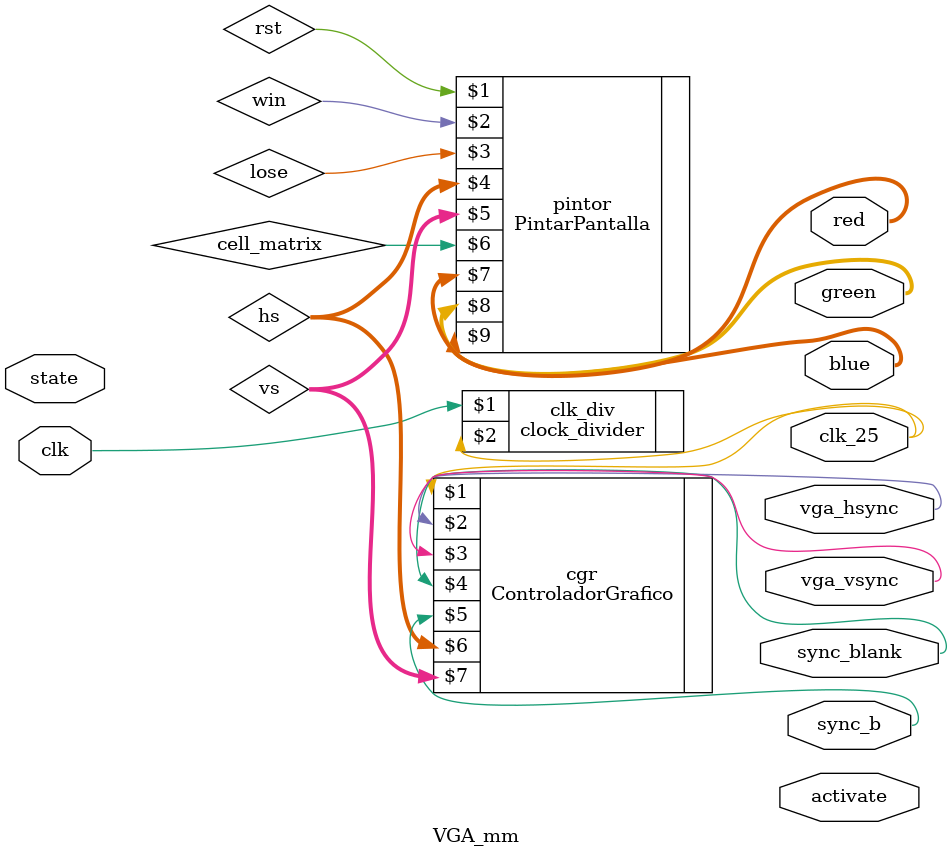
<source format=sv>
module VGA_mm
(

	input logic clk,
	//input logic rst,
	//input logic win,lose,
	//input logic [63:0][3:0] cell_matrix,
	input logic [3:0] state,
	output logic vga_hsync,vga_vsync,sync_blank,sync_b,
	output logic [7:0]red,green,blue,
	output logic clk_25,
	output logic activate
);
	//logic [3:0] state;


	logic [9:0]hs;
	logic [9:0]vs;
	
	clock_divider clk_div(clk,clk_25);
			
	ControladorGrafico cgr(clk_25,vga_hsync,vga_vsync,sync_blank,sync_b,hs,vs);

	PintarPantalla pintor(rst,win,lose,hs,vs,cell_matrix,red,green,blue);


endmodule
</source>
